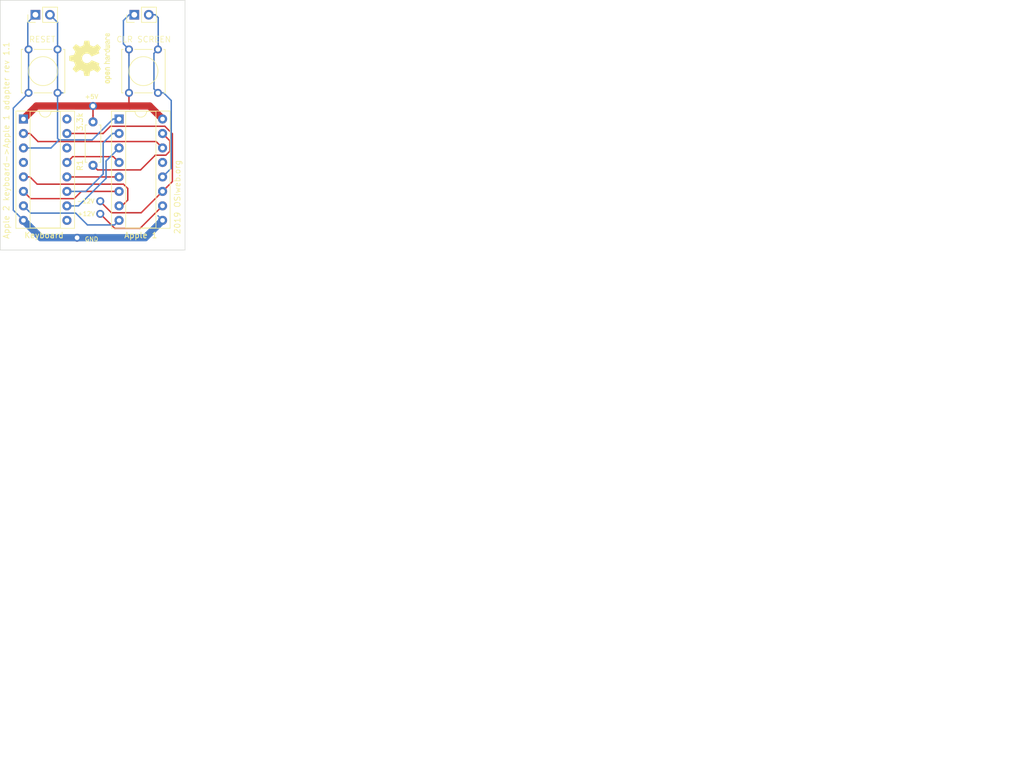
<source format=kicad_pcb>
(kicad_pcb (version 20171130) (host pcbnew "(5.1.5-0-10_14)")

  (general
    (thickness 1.6)
    (drawings 14)
    (tracks 112)
    (zones 0)
    (modules 8)
    (nets 21)
  )

  (page A)
  (title_block
    (title "Apple 2 keyboard to Apple 1 adapter")
    (date 2020-03-03)
    (rev 1.1)
  )

  (layers
    (0 F.Cu signal)
    (31 B.Cu signal)
    (32 B.Adhes user)
    (33 F.Adhes user)
    (34 B.Paste user)
    (35 F.Paste user)
    (36 B.SilkS user)
    (37 F.SilkS user)
    (38 B.Mask user)
    (39 F.Mask user)
    (40 Dwgs.User user)
    (41 Cmts.User user)
    (42 Eco1.User user)
    (43 Eco2.User user)
    (44 Edge.Cuts user)
    (45 Margin user)
    (46 B.CrtYd user)
    (47 F.CrtYd user)
    (48 B.Fab user)
    (49 F.Fab user)
  )

  (setup
    (last_trace_width 0.25)
    (user_trace_width 0.254)
    (user_trace_width 0.508)
    (user_trace_width 1.27)
    (trace_clearance 0.2)
    (zone_clearance 0.508)
    (zone_45_only no)
    (trace_min 0.2)
    (via_size 0.8)
    (via_drill 0.4)
    (via_min_size 0.4)
    (via_min_drill 0.3)
    (user_via 1.397 0.8128)
    (uvia_size 0.3)
    (uvia_drill 0.1)
    (uvias_allowed no)
    (uvia_min_size 0.2)
    (uvia_min_drill 0.1)
    (edge_width 0.05)
    (segment_width 0.2)
    (pcb_text_width 0.3)
    (pcb_text_size 1.5 1.5)
    (mod_edge_width 0.12)
    (mod_text_size 1 1)
    (mod_text_width 0.15)
    (pad_size 1.524 1.524)
    (pad_drill 0.762)
    (pad_to_mask_clearance 0.051)
    (solder_mask_min_width 0.25)
    (aux_axis_origin 0 0)
    (visible_elements 7FFFEFFF)
    (pcbplotparams
      (layerselection 0x010e0_ffffffff)
      (usegerberextensions false)
      (usegerberattributes false)
      (usegerberadvancedattributes false)
      (creategerberjobfile false)
      (excludeedgelayer true)
      (linewidth 0.100000)
      (plotframeref false)
      (viasonmask true)
      (mode 1)
      (useauxorigin false)
      (hpglpennumber 1)
      (hpglpenspeed 20)
      (hpglpendiameter 15.000000)
      (psnegative false)
      (psa4output false)
      (plotreference true)
      (plotvalue true)
      (plotinvisibletext false)
      (padsonsilk false)
      (subtractmaskfromsilk false)
      (outputformat 1)
      (mirror false)
      (drillshape 0)
      (scaleselection 1)
      (outputdirectory "outputs"))
  )

  (net 0 "")
  (net 1 /D7)
  (net 2 /D8)
  (net 3 /D6)
  (net 4 /~STROBE)
  (net 5 /D5)
  (net 6 "Net-(J1-Pad13)")
  (net 7 /D1)
  (net 8 /~CLRSCR)
  (net 9 /D2)
  (net 10 /-12V)
  (net 11 /D3)
  (net 12 /D4)
  (net 13 /GND)
  (net 14 /~RESET)
  (net 15 "Net-(J4-Pad16)")
  (net 16 "Net-(J4-Pad14)")
  (net 17 "Net-(J4-Pad4)")
  (net 18 "Net-(J4-Pad9)")
  (net 19 /+5V)
  (net 20 "Net-(J1-Pad10)")

  (net_class Default "This is the default net class."
    (clearance 0.2)
    (trace_width 0.25)
    (via_dia 0.8)
    (via_drill 0.4)
    (uvia_dia 0.3)
    (uvia_drill 0.1)
    (add_net /+5V)
    (add_net /-12V)
    (add_net /D1)
    (add_net /D2)
    (add_net /D3)
    (add_net /D4)
    (add_net /D5)
    (add_net /D6)
    (add_net /D7)
    (add_net /D8)
    (add_net /GND)
    (add_net /~CLRSCR)
    (add_net /~RESET)
    (add_net /~STROBE)
    (add_net "Net-(J1-Pad10)")
    (add_net "Net-(J1-Pad13)")
    (add_net "Net-(J4-Pad14)")
    (add_net "Net-(J4-Pad16)")
    (add_net "Net-(J4-Pad4)")
    (add_net "Net-(J4-Pad9)")
  )

  (module Package_DIP:DIP-16_W7.62mm_Socket (layer F.Cu) (tedit 5A02E8C5) (tstamp 5D3FEF21)
    (at 95.504 81.788)
    (descr "16-lead though-hole mounted DIP package, row spacing 7.62 mm (300 mils), Socket")
    (tags "THT DIP DIL PDIP 2.54mm 7.62mm 300mil Socket")
    (path /5D404973)
    (fp_text reference J4 (at 3.81 -2.33) (layer F.SilkS) hide
      (effects (font (size 1 1) (thickness 0.15)))
    )
    (fp_text value Keyboard (at 3.6 20.4) (layer F.SilkS)
      (effects (font (size 1 1) (thickness 0.15)))
    )
    (fp_text user %R (at 3.81 8.89) (layer F.Fab) hide
      (effects (font (size 1 1) (thickness 0.15)))
    )
    (fp_line (start 9.15 -1.6) (end -1.55 -1.6) (layer F.CrtYd) (width 0.05))
    (fp_line (start 9.15 19.4) (end 9.15 -1.6) (layer F.CrtYd) (width 0.05))
    (fp_line (start -1.55 19.4) (end 9.15 19.4) (layer F.CrtYd) (width 0.05))
    (fp_line (start -1.55 -1.6) (end -1.55 19.4) (layer F.CrtYd) (width 0.05))
    (fp_line (start 8.95 -1.39) (end -1.33 -1.39) (layer F.SilkS) (width 0.12))
    (fp_line (start 8.95 19.17) (end 8.95 -1.39) (layer F.SilkS) (width 0.12))
    (fp_line (start -1.33 19.17) (end 8.95 19.17) (layer F.SilkS) (width 0.12))
    (fp_line (start -1.33 -1.39) (end -1.33 19.17) (layer F.SilkS) (width 0.12))
    (fp_line (start 6.46 -1.33) (end 4.81 -1.33) (layer F.SilkS) (width 0.12))
    (fp_line (start 6.46 19.11) (end 6.46 -1.33) (layer F.SilkS) (width 0.12))
    (fp_line (start 1.16 19.11) (end 6.46 19.11) (layer F.SilkS) (width 0.12))
    (fp_line (start 1.16 -1.33) (end 1.16 19.11) (layer F.SilkS) (width 0.12))
    (fp_line (start 2.81 -1.33) (end 1.16 -1.33) (layer F.SilkS) (width 0.12))
    (fp_line (start 8.89 -1.33) (end -1.27 -1.33) (layer F.Fab) (width 0.1))
    (fp_line (start 8.89 19.11) (end 8.89 -1.33) (layer F.Fab) (width 0.1))
    (fp_line (start -1.27 19.11) (end 8.89 19.11) (layer F.Fab) (width 0.1))
    (fp_line (start -1.27 -1.33) (end -1.27 19.11) (layer F.Fab) (width 0.1))
    (fp_line (start 0.635 -0.27) (end 1.635 -1.27) (layer F.Fab) (width 0.1))
    (fp_line (start 0.635 19.05) (end 0.635 -0.27) (layer F.Fab) (width 0.1))
    (fp_line (start 6.985 19.05) (end 0.635 19.05) (layer F.Fab) (width 0.1))
    (fp_line (start 6.985 -1.27) (end 6.985 19.05) (layer F.Fab) (width 0.1))
    (fp_line (start 1.635 -1.27) (end 6.985 -1.27) (layer F.Fab) (width 0.1))
    (fp_arc (start 3.81 -1.33) (end 2.81 -1.33) (angle -180) (layer F.SilkS) (width 0.12))
    (pad 16 thru_hole oval (at 7.62 0) (size 1.6 1.6) (drill 0.8) (layers *.Cu *.Mask)
      (net 15 "Net-(J4-Pad16)"))
    (pad 8 thru_hole oval (at 0 17.78) (size 1.6 1.6) (drill 0.8) (layers *.Cu *.Mask)
      (net 13 /GND))
    (pad 15 thru_hole oval (at 7.62 2.54) (size 1.6 1.6) (drill 0.8) (layers *.Cu *.Mask)
      (net 10 /-12V))
    (pad 7 thru_hole oval (at 0 15.24) (size 1.6 1.6) (drill 0.8) (layers *.Cu *.Mask)
      (net 1 /D7))
    (pad 14 thru_hole oval (at 7.62 5.08) (size 1.6 1.6) (drill 0.8) (layers *.Cu *.Mask)
      (net 16 "Net-(J4-Pad14)"))
    (pad 6 thru_hole oval (at 0 12.7) (size 1.6 1.6) (drill 0.8) (layers *.Cu *.Mask)
      (net 5 /D5))
    (pad 13 thru_hole oval (at 7.62 7.62) (size 1.6 1.6) (drill 0.8) (layers *.Cu *.Mask)
      (net 9 /D2))
    (pad 5 thru_hole oval (at 0 10.16) (size 1.6 1.6) (drill 0.8) (layers *.Cu *.Mask)
      (net 3 /D6))
    (pad 12 thru_hole oval (at 7.62 10.16) (size 1.6 1.6) (drill 0.8) (layers *.Cu *.Mask)
      (net 7 /D1))
    (pad 4 thru_hole oval (at 0 7.62) (size 1.6 1.6) (drill 0.8) (layers *.Cu *.Mask)
      (net 17 "Net-(J4-Pad4)"))
    (pad 11 thru_hole oval (at 7.62 12.7) (size 1.6 1.6) (drill 0.8) (layers *.Cu *.Mask)
      (net 12 /D4))
    (pad 3 thru_hole oval (at 0 5.08) (size 1.6 1.6) (drill 0.8) (layers *.Cu *.Mask)
      (net 14 /~RESET))
    (pad 10 thru_hole oval (at 7.62 15.24) (size 1.6 1.6) (drill 0.8) (layers *.Cu *.Mask)
      (net 11 /D3))
    (pad 2 thru_hole oval (at 0 2.54) (size 1.6 1.6) (drill 0.8) (layers *.Cu *.Mask)
      (net 4 /~STROBE))
    (pad 9 thru_hole oval (at 7.62 17.78) (size 1.6 1.6) (drill 0.8) (layers *.Cu *.Mask)
      (net 18 "Net-(J4-Pad9)"))
    (pad 1 thru_hole rect (at 0 0) (size 1.6 1.6) (drill 0.8) (layers *.Cu *.Mask)
      (net 19 /+5V))
    (model ${KISYS3DMOD}/Package_DIP.3dshapes/DIP-16_W7.62mm_Socket.wrl
      (at (xyz 0 0 0))
      (scale (xyz 1 1 1))
      (rotate (xyz 0 0 0))
    )
  )

  (module Symbol:OSHW-Logo2_9.8x8mm_SilkScreen (layer F.Cu) (tedit 0) (tstamp 5D40D469)
    (at 107.2388 71.1454 90)
    (descr "Open Source Hardware Symbol")
    (tags "Logo Symbol OSHW")
    (attr virtual)
    (fp_text reference REF** (at 0 0 90) (layer Cmts.User) hide
      (effects (font (size 1 1) (thickness 0.15)))
    )
    (fp_text value OSHW-Logo2_9.8x8mm_SilkScreen (at 13.4112 -3.6322 180) (layer F.Fab) hide
      (effects (font (size 1 1) (thickness 0.15)))
    )
    (fp_poly (pts (xy 0.139878 -3.712224) (xy 0.245612 -3.711645) (xy 0.322132 -3.710078) (xy 0.374372 -3.707028)
      (xy 0.407263 -3.702004) (xy 0.425737 -3.694511) (xy 0.434727 -3.684056) (xy 0.439163 -3.670147)
      (xy 0.439594 -3.668346) (xy 0.446333 -3.635855) (xy 0.458808 -3.571748) (xy 0.475719 -3.482849)
      (xy 0.495771 -3.375981) (xy 0.517664 -3.257967) (xy 0.518429 -3.253822) (xy 0.540359 -3.138169)
      (xy 0.560877 -3.035986) (xy 0.578659 -2.953402) (xy 0.592381 -2.896544) (xy 0.600718 -2.871542)
      (xy 0.601116 -2.871099) (xy 0.625677 -2.85889) (xy 0.676315 -2.838544) (xy 0.742095 -2.814455)
      (xy 0.742461 -2.814326) (xy 0.825317 -2.783182) (xy 0.923 -2.743509) (xy 1.015077 -2.703619)
      (xy 1.019434 -2.701647) (xy 1.169407 -2.63358) (xy 1.501498 -2.860361) (xy 1.603374 -2.929496)
      (xy 1.695657 -2.991303) (xy 1.773003 -3.042267) (xy 1.830064 -3.078873) (xy 1.861495 -3.097606)
      (xy 1.864479 -3.098996) (xy 1.887321 -3.09281) (xy 1.929982 -3.062965) (xy 1.994128 -3.008053)
      (xy 2.081421 -2.926666) (xy 2.170535 -2.840078) (xy 2.256441 -2.754753) (xy 2.333327 -2.676892)
      (xy 2.396564 -2.611303) (xy 2.441523 -2.562795) (xy 2.463576 -2.536175) (xy 2.464396 -2.534805)
      (xy 2.466834 -2.516537) (xy 2.45765 -2.486705) (xy 2.434574 -2.441279) (xy 2.395337 -2.37623)
      (xy 2.33767 -2.28753) (xy 2.260795 -2.173343) (xy 2.19257 -2.072838) (xy 2.131582 -1.982697)
      (xy 2.081356 -1.908151) (xy 2.045416 -1.854435) (xy 2.027287 -1.826782) (xy 2.026146 -1.824905)
      (xy 2.028359 -1.79841) (xy 2.045138 -1.746914) (xy 2.073142 -1.680149) (xy 2.083122 -1.658828)
      (xy 2.126672 -1.563841) (xy 2.173134 -1.456063) (xy 2.210877 -1.362808) (xy 2.238073 -1.293594)
      (xy 2.259675 -1.240994) (xy 2.272158 -1.213503) (xy 2.273709 -1.211384) (xy 2.296668 -1.207876)
      (xy 2.350786 -1.198262) (xy 2.428868 -1.183911) (xy 2.523719 -1.166193) (xy 2.628143 -1.146475)
      (xy 2.734944 -1.126126) (xy 2.836926 -1.106514) (xy 2.926894 -1.089009) (xy 2.997653 -1.074978)
      (xy 3.042006 -1.065791) (xy 3.052885 -1.063193) (xy 3.064122 -1.056782) (xy 3.072605 -1.042303)
      (xy 3.078714 -1.014867) (xy 3.082832 -0.969589) (xy 3.085341 -0.90158) (xy 3.086621 -0.805953)
      (xy 3.087054 -0.67782) (xy 3.087077 -0.625299) (xy 3.087077 -0.198155) (xy 2.9845 -0.177909)
      (xy 2.927431 -0.16693) (xy 2.842269 -0.150905) (xy 2.739372 -0.131767) (xy 2.629096 -0.111449)
      (xy 2.598615 -0.105868) (xy 2.496855 -0.086083) (xy 2.408205 -0.066627) (xy 2.340108 -0.049303)
      (xy 2.300004 -0.035912) (xy 2.293323 -0.031921) (xy 2.276919 -0.003658) (xy 2.253399 0.051109)
      (xy 2.227316 0.121588) (xy 2.222142 0.136769) (xy 2.187956 0.230896) (xy 2.145523 0.337101)
      (xy 2.103997 0.432473) (xy 2.103792 0.432916) (xy 2.03464 0.582525) (xy 2.489512 1.251617)
      (xy 2.1975 1.544116) (xy 2.10918 1.63117) (xy 2.028625 1.707909) (xy 1.96036 1.770237)
      (xy 1.908908 1.814056) (xy 1.878794 1.83527) (xy 1.874474 1.836616) (xy 1.849111 1.826016)
      (xy 1.797358 1.796547) (xy 1.724868 1.751705) (xy 1.637294 1.694984) (xy 1.542612 1.631462)
      (xy 1.446516 1.566668) (xy 1.360837 1.510287) (xy 1.291016 1.465788) (xy 1.242494 1.436639)
      (xy 1.220782 1.426308) (xy 1.194293 1.43505) (xy 1.144062 1.458087) (xy 1.080451 1.490631)
      (xy 1.073708 1.494249) (xy 0.988046 1.53721) (xy 0.929306 1.558279) (xy 0.892772 1.558503)
      (xy 0.873731 1.538928) (xy 0.87362 1.538654) (xy 0.864102 1.515472) (xy 0.841403 1.460441)
      (xy 0.807282 1.377822) (xy 0.7635 1.271872) (xy 0.711816 1.146852) (xy 0.653992 1.00702)
      (xy 0.597991 0.871637) (xy 0.536447 0.722234) (xy 0.479939 0.583832) (xy 0.430161 0.460673)
      (xy 0.388806 0.357002) (xy 0.357568 0.277059) (xy 0.338141 0.225088) (xy 0.332154 0.205692)
      (xy 0.347168 0.183443) (xy 0.386439 0.147982) (xy 0.438807 0.108887) (xy 0.587941 -0.014755)
      (xy 0.704511 -0.156478) (xy 0.787118 -0.313296) (xy 0.834366 -0.482225) (xy 0.844857 -0.660278)
      (xy 0.837231 -0.742461) (xy 0.795682 -0.912969) (xy 0.724123 -1.063541) (xy 0.626995 -1.192691)
      (xy 0.508734 -1.298936) (xy 0.37378 -1.38079) (xy 0.226571 -1.436768) (xy 0.071544 -1.465385)
      (xy -0.086861 -1.465156) (xy -0.244206 -1.434595) (xy -0.396054 -1.372218) (xy -0.537965 -1.27654)
      (xy -0.597197 -1.222428) (xy -0.710797 -1.08348) (xy -0.789894 -0.931639) (xy -0.835014 -0.771333)
      (xy -0.846684 -0.606988) (xy -0.825431 -0.443029) (xy -0.77178 -0.283882) (xy -0.68626 -0.133975)
      (xy -0.569395 0.002267) (xy -0.438807 0.108887) (xy -0.384412 0.149642) (xy -0.345986 0.184718)
      (xy -0.332154 0.205726) (xy -0.339397 0.228635) (xy -0.359995 0.283365) (xy -0.392254 0.365672)
      (xy -0.434479 0.471315) (xy -0.484977 0.59605) (xy -0.542052 0.735636) (xy -0.598146 0.87167)
      (xy -0.660033 1.021201) (xy -0.717356 1.159767) (xy -0.768356 1.283107) (xy -0.811273 1.386964)
      (xy -0.844347 1.46708) (xy -0.865819 1.519195) (xy -0.873775 1.538654) (xy -0.892571 1.558423)
      (xy -0.928926 1.558365) (xy -0.987521 1.537441) (xy -1.073032 1.494613) (xy -1.073708 1.494249)
      (xy -1.138093 1.461012) (xy -1.190139 1.436802) (xy -1.219488 1.426404) (xy -1.220783 1.426308)
      (xy -1.242876 1.436855) (xy -1.291652 1.466184) (xy -1.361669 1.510827) (xy -1.447486 1.567314)
      (xy -1.542612 1.631462) (xy -1.63946 1.696411) (xy -1.726747 1.752896) (xy -1.798819 1.797421)
      (xy -1.850023 1.82649) (xy -1.874474 1.836616) (xy -1.89699 1.823307) (xy -1.942258 1.786112)
      (xy -2.005756 1.729128) (xy -2.082961 1.656449) (xy -2.169349 1.572171) (xy -2.197601 1.544016)
      (xy -2.489713 1.251416) (xy -2.267369 0.925104) (xy -2.199798 0.824897) (xy -2.140493 0.734963)
      (xy -2.092783 0.66051) (xy -2.059993 0.606751) (xy -2.045452 0.578894) (xy -2.045026 0.576912)
      (xy -2.052692 0.550655) (xy -2.073311 0.497837) (xy -2.103315 0.42731) (xy -2.124375 0.380093)
      (xy -2.163752 0.289694) (xy -2.200835 0.198366) (xy -2.229585 0.1212) (xy -2.237395 0.097692)
      (xy -2.259583 0.034916) (xy -2.281273 -0.013589) (xy -2.293187 -0.031921) (xy -2.319477 -0.043141)
      (xy -2.376858 -0.059046) (xy -2.457882 -0.077833) (xy -2.555105 -0.097701) (xy -2.598615 -0.105868)
      (xy -2.709104 -0.126171) (xy -2.815084 -0.14583) (xy -2.906199 -0.162912) (xy -2.972092 -0.175482)
      (xy -2.9845 -0.177909) (xy -3.087077 -0.198155) (xy -3.087077 -0.625299) (xy -3.086847 -0.765754)
      (xy -3.085901 -0.872021) (xy -3.083859 -0.948987) (xy -3.080338 -1.00154) (xy -3.074957 -1.034567)
      (xy -3.067334 -1.052955) (xy -3.057088 -1.061592) (xy -3.052885 -1.063193) (xy -3.02753 -1.068873)
      (xy -2.971516 -1.080205) (xy -2.892036 -1.095821) (xy -2.796288 -1.114353) (xy -2.691467 -1.134431)
      (xy -2.584768 -1.154688) (xy -2.483387 -1.173754) (xy -2.394521 -1.190261) (xy -2.325363 -1.202841)
      (xy -2.283111 -1.210125) (xy -2.27371 -1.211384) (xy -2.265193 -1.228237) (xy -2.24634 -1.27313)
      (xy -2.220676 -1.33757) (xy -2.210877 -1.362808) (xy -2.171352 -1.460314) (xy -2.124808 -1.568041)
      (xy -2.083123 -1.658828) (xy -2.05245 -1.728247) (xy -2.032044 -1.78529) (xy -2.025232 -1.820223)
      (xy -2.026318 -1.824905) (xy -2.040715 -1.847009) (xy -2.073588 -1.896169) (xy -2.12141 -1.967152)
      (xy -2.180652 -2.054722) (xy -2.247785 -2.153643) (xy -2.261059 -2.17317) (xy -2.338954 -2.28886)
      (xy -2.396213 -2.376956) (xy -2.435119 -2.441514) (xy -2.457956 -2.486589) (xy -2.467006 -2.516237)
      (xy -2.464552 -2.534515) (xy -2.464489 -2.534631) (xy -2.445173 -2.558639) (xy -2.402449 -2.605053)
      (xy -2.340949 -2.669063) (xy -2.265302 -2.745855) (xy -2.180139 -2.830618) (xy -2.170535 -2.840078)
      (xy -2.06321 -2.944011) (xy -1.980385 -3.020325) (xy -1.920395 -3.070429) (xy -1.881577 -3.09573)
      (xy -1.86448 -3.098996) (xy -1.839527 -3.08475) (xy -1.787745 -3.051844) (xy -1.71448 -3.003792)
      (xy -1.62508 -2.94411) (xy -1.524889 -2.876312) (xy -1.501499 -2.860361) (xy -1.169407 -2.63358)
      (xy -1.019435 -2.701647) (xy -0.92823 -2.741315) (xy -0.830331 -2.781209) (xy -0.746169 -2.813017)
      (xy -0.742462 -2.814326) (xy -0.676631 -2.838424) (xy -0.625884 -2.8588) (xy -0.601158 -2.871064)
      (xy -0.601116 -2.871099) (xy -0.593271 -2.893266) (xy -0.579934 -2.947783) (xy -0.56243 -3.02852)
      (xy -0.542083 -3.12935) (xy -0.520218 -3.244144) (xy -0.518429 -3.253822) (xy -0.496496 -3.372096)
      (xy -0.47636 -3.479458) (xy -0.45932 -3.569083) (xy -0.446672 -3.634149) (xy -0.439716 -3.667832)
      (xy -0.439594 -3.668346) (xy -0.435361 -3.682675) (xy -0.427129 -3.693493) (xy -0.409967 -3.701294)
      (xy -0.378942 -3.706571) (xy -0.329122 -3.709818) (xy -0.255576 -3.711528) (xy -0.153371 -3.712193)
      (xy -0.017575 -3.712307) (xy 0 -3.712308) (xy 0.139878 -3.712224)) (layer F.SilkS) (width 0.01))
    (fp_poly (pts (xy 4.245224 2.647838) (xy 4.322528 2.698361) (xy 4.359814 2.74359) (xy 4.389353 2.825663)
      (xy 4.391699 2.890607) (xy 4.386385 2.977445) (xy 4.186115 3.065103) (xy 4.088739 3.109887)
      (xy 4.025113 3.145913) (xy 3.992029 3.177117) (xy 3.98628 3.207436) (xy 4.004658 3.240805)
      (xy 4.024923 3.262923) (xy 4.083889 3.298393) (xy 4.148024 3.300879) (xy 4.206926 3.273235)
      (xy 4.250197 3.21832) (xy 4.257936 3.198928) (xy 4.295006 3.138364) (xy 4.337654 3.112552)
      (xy 4.396154 3.090471) (xy 4.396154 3.174184) (xy 4.390982 3.23115) (xy 4.370723 3.279189)
      (xy 4.328262 3.334346) (xy 4.321951 3.341514) (xy 4.27472 3.390585) (xy 4.234121 3.41692)
      (xy 4.183328 3.429035) (xy 4.14122 3.433003) (xy 4.065902 3.433991) (xy 4.012286 3.421466)
      (xy 3.978838 3.402869) (xy 3.926268 3.361975) (xy 3.889879 3.317748) (xy 3.86685 3.262126)
      (xy 3.854359 3.187047) (xy 3.849587 3.084449) (xy 3.849206 3.032376) (xy 3.850501 2.969948)
      (xy 3.968471 2.969948) (xy 3.969839 3.003438) (xy 3.973249 3.008923) (xy 3.995753 3.001472)
      (xy 4.044182 2.981753) (xy 4.108908 2.953718) (xy 4.122443 2.947692) (xy 4.204244 2.906096)
      (xy 4.249312 2.869538) (xy 4.259217 2.835296) (xy 4.235526 2.800648) (xy 4.21596 2.785339)
      (xy 4.14536 2.754721) (xy 4.07928 2.75978) (xy 4.023959 2.797151) (xy 3.985636 2.863473)
      (xy 3.973349 2.916116) (xy 3.968471 2.969948) (xy 3.850501 2.969948) (xy 3.85173 2.91072)
      (xy 3.861032 2.82071) (xy 3.87946 2.755167) (xy 3.90936 2.706912) (xy 3.95308 2.668767)
      (xy 3.972141 2.65644) (xy 4.058726 2.624336) (xy 4.153522 2.622316) (xy 4.245224 2.647838)) (layer F.SilkS) (width 0.01))
    (fp_poly (pts (xy 3.570807 2.636782) (xy 3.594161 2.646988) (xy 3.649902 2.691134) (xy 3.697569 2.754967)
      (xy 3.727048 2.823087) (xy 3.731846 2.85667) (xy 3.71576 2.903556) (xy 3.680475 2.928365)
      (xy 3.642644 2.943387) (xy 3.625321 2.946155) (xy 3.616886 2.926066) (xy 3.60023 2.882351)
      (xy 3.592923 2.862598) (xy 3.551948 2.794271) (xy 3.492622 2.760191) (xy 3.416552 2.761239)
      (xy 3.410918 2.762581) (xy 3.370305 2.781836) (xy 3.340448 2.819375) (xy 3.320055 2.879809)
      (xy 3.307836 2.967751) (xy 3.3025 3.087813) (xy 3.302 3.151698) (xy 3.301752 3.252403)
      (xy 3.300126 3.321054) (xy 3.295801 3.364673) (xy 3.287454 3.390282) (xy 3.273765 3.404903)
      (xy 3.253411 3.415558) (xy 3.252234 3.416095) (xy 3.213038 3.432667) (xy 3.193619 3.438769)
      (xy 3.190635 3.420319) (xy 3.188081 3.369323) (xy 3.18614 3.292308) (xy 3.184997 3.195805)
      (xy 3.184769 3.125184) (xy 3.185932 2.988525) (xy 3.190479 2.884851) (xy 3.199999 2.808108)
      (xy 3.216081 2.752246) (xy 3.240313 2.711212) (xy 3.274286 2.678954) (xy 3.307833 2.65644)
      (xy 3.388499 2.626476) (xy 3.482381 2.619718) (xy 3.570807 2.636782)) (layer F.SilkS) (width 0.01))
    (fp_poly (pts (xy 2.887333 2.633528) (xy 2.94359 2.659117) (xy 2.987747 2.690124) (xy 3.020101 2.724795)
      (xy 3.042438 2.76952) (xy 3.056546 2.830692) (xy 3.064211 2.914701) (xy 3.06722 3.02794)
      (xy 3.067538 3.102509) (xy 3.067538 3.39342) (xy 3.017773 3.416095) (xy 2.978576 3.432667)
      (xy 2.959157 3.438769) (xy 2.955442 3.42061) (xy 2.952495 3.371648) (xy 2.950691 3.300153)
      (xy 2.950308 3.243385) (xy 2.948661 3.161371) (xy 2.944222 3.096309) (xy 2.93774 3.056467)
      (xy 2.93259 3.048) (xy 2.897977 3.056646) (xy 2.84364 3.078823) (xy 2.780722 3.108886)
      (xy 2.720368 3.141192) (xy 2.673721 3.170098) (xy 2.651926 3.189961) (xy 2.651839 3.190175)
      (xy 2.653714 3.226935) (xy 2.670525 3.262026) (xy 2.700039 3.290528) (xy 2.743116 3.300061)
      (xy 2.779932 3.29895) (xy 2.832074 3.298133) (xy 2.859444 3.310349) (xy 2.875882 3.342624)
      (xy 2.877955 3.34871) (xy 2.885081 3.394739) (xy 2.866024 3.422687) (xy 2.816353 3.436007)
      (xy 2.762697 3.43847) (xy 2.666142 3.42021) (xy 2.616159 3.394131) (xy 2.554429 3.332868)
      (xy 2.52169 3.25767) (xy 2.518753 3.178211) (xy 2.546424 3.104167) (xy 2.588047 3.057769)
      (xy 2.629604 3.031793) (xy 2.694922 2.998907) (xy 2.771038 2.965557) (xy 2.783726 2.960461)
      (xy 2.867333 2.923565) (xy 2.91553 2.891046) (xy 2.93103 2.858718) (xy 2.91655 2.822394)
      (xy 2.891692 2.794) (xy 2.832939 2.759039) (xy 2.768293 2.756417) (xy 2.709008 2.783358)
      (xy 2.666339 2.837088) (xy 2.660739 2.85095) (xy 2.628133 2.901936) (xy 2.58053 2.939787)
      (xy 2.520461 2.97085) (xy 2.520461 2.882768) (xy 2.523997 2.828951) (xy 2.539156 2.786534)
      (xy 2.572768 2.741279) (xy 2.605035 2.70642) (xy 2.655209 2.657062) (xy 2.694193 2.630547)
      (xy 2.736064 2.619911) (xy 2.78346 2.618154) (xy 2.887333 2.633528)) (layer F.SilkS) (width 0.01))
    (fp_poly (pts (xy 2.395929 2.636662) (xy 2.398911 2.688068) (xy 2.401247 2.766192) (xy 2.402749 2.864857)
      (xy 2.403231 2.968343) (xy 2.403231 3.318533) (xy 2.341401 3.380363) (xy 2.298793 3.418462)
      (xy 2.26139 3.433895) (xy 2.21027 3.432918) (xy 2.189978 3.430433) (xy 2.126554 3.4232)
      (xy 2.074095 3.419055) (xy 2.061308 3.418672) (xy 2.018199 3.421176) (xy 1.956544 3.427462)
      (xy 1.932638 3.430433) (xy 1.873922 3.435028) (xy 1.834464 3.425046) (xy 1.795338 3.394228)
      (xy 1.781215 3.380363) (xy 1.719385 3.318533) (xy 1.719385 2.663503) (xy 1.76915 2.640829)
      (xy 1.812002 2.624034) (xy 1.837073 2.618154) (xy 1.843501 2.636736) (xy 1.849509 2.688655)
      (xy 1.854697 2.768172) (xy 1.858664 2.869546) (xy 1.860577 2.955192) (xy 1.865923 3.292231)
      (xy 1.91256 3.298825) (xy 1.954976 3.294214) (xy 1.97576 3.279287) (xy 1.98157 3.251377)
      (xy 1.98653 3.191925) (xy 1.990246 3.108466) (xy 1.992324 3.008532) (xy 1.992624 2.957104)
      (xy 1.992923 2.661054) (xy 2.054454 2.639604) (xy 2.098004 2.62502) (xy 2.121694 2.618219)
      (xy 2.122377 2.618154) (xy 2.124754 2.636642) (xy 2.127366 2.687906) (xy 2.129995 2.765649)
      (xy 2.132421 2.863574) (xy 2.134115 2.955192) (xy 2.139461 3.292231) (xy 2.256692 3.292231)
      (xy 2.262072 2.984746) (xy 2.267451 2.677261) (xy 2.324601 2.647707) (xy 2.366797 2.627413)
      (xy 2.39177 2.618204) (xy 2.392491 2.618154) (xy 2.395929 2.636662)) (layer F.SilkS) (width 0.01))
    (fp_poly (pts (xy 1.602081 2.780289) (xy 1.601833 2.92632) (xy 1.600872 3.038655) (xy 1.598794 3.122678)
      (xy 1.595193 3.183769) (xy 1.589665 3.227309) (xy 1.581804 3.258679) (xy 1.571207 3.283262)
      (xy 1.563182 3.297294) (xy 1.496728 3.373388) (xy 1.41247 3.421084) (xy 1.319249 3.438199)
      (xy 1.2259 3.422546) (xy 1.170312 3.394418) (xy 1.111957 3.34576) (xy 1.072186 3.286333)
      (xy 1.04819 3.208507) (xy 1.037161 3.104652) (xy 1.035599 3.028462) (xy 1.035809 3.022986)
      (xy 1.172308 3.022986) (xy 1.173141 3.110355) (xy 1.176961 3.168192) (xy 1.185746 3.206029)
      (xy 1.201474 3.233398) (xy 1.220266 3.254042) (xy 1.283375 3.29389) (xy 1.351137 3.297295)
      (xy 1.415179 3.264025) (xy 1.420164 3.259517) (xy 1.441439 3.236067) (xy 1.454779 3.208166)
      (xy 1.462001 3.166641) (xy 1.464923 3.102316) (xy 1.465385 3.0312) (xy 1.464383 2.941858)
      (xy 1.460238 2.882258) (xy 1.451236 2.843089) (xy 1.435667 2.81504) (xy 1.422902 2.800144)
      (xy 1.3636 2.762575) (xy 1.295301 2.758057) (xy 1.23011 2.786753) (xy 1.217528 2.797406)
      (xy 1.196111 2.821063) (xy 1.182744 2.849251) (xy 1.175566 2.891245) (xy 1.172719 2.956319)
      (xy 1.172308 3.022986) (xy 1.035809 3.022986) (xy 1.040322 2.905765) (xy 1.056362 2.813577)
      (xy 1.086528 2.744269) (xy 1.133629 2.690211) (xy 1.170312 2.662505) (xy 1.23699 2.632572)
      (xy 1.314272 2.618678) (xy 1.38611 2.622397) (xy 1.426308 2.6374) (xy 1.442082 2.64167)
      (xy 1.45255 2.62575) (xy 1.459856 2.583089) (xy 1.465385 2.518106) (xy 1.471437 2.445732)
      (xy 1.479844 2.402187) (xy 1.495141 2.377287) (xy 1.521864 2.360845) (xy 1.538654 2.353564)
      (xy 1.602154 2.326963) (xy 1.602081 2.780289)) (layer F.SilkS) (width 0.01))
    (fp_poly (pts (xy 0.713362 2.62467) (xy 0.802117 2.657421) (xy 0.874022 2.71535) (xy 0.902144 2.756128)
      (xy 0.932802 2.830954) (xy 0.932165 2.885058) (xy 0.899987 2.921446) (xy 0.888081 2.927633)
      (xy 0.836675 2.946925) (xy 0.810422 2.941982) (xy 0.80153 2.909587) (xy 0.801077 2.891692)
      (xy 0.784797 2.825859) (xy 0.742365 2.779807) (xy 0.683388 2.757564) (xy 0.617475 2.763161)
      (xy 0.563895 2.792229) (xy 0.545798 2.80881) (xy 0.532971 2.828925) (xy 0.524306 2.859332)
      (xy 0.518696 2.906788) (xy 0.515035 2.97805) (xy 0.512215 3.079875) (xy 0.511484 3.112115)
      (xy 0.50882 3.22241) (xy 0.505792 3.300036) (xy 0.50125 3.351396) (xy 0.494046 3.38289)
      (xy 0.483033 3.40092) (xy 0.46706 3.411888) (xy 0.456834 3.416733) (xy 0.413406 3.433301)
      (xy 0.387842 3.438769) (xy 0.379395 3.420507) (xy 0.374239 3.365296) (xy 0.372346 3.272499)
      (xy 0.373689 3.141478) (xy 0.374107 3.121269) (xy 0.377058 3.001733) (xy 0.380548 2.914449)
      (xy 0.385514 2.852591) (xy 0.392893 2.809336) (xy 0.403624 2.77786) (xy 0.418645 2.751339)
      (xy 0.426502 2.739975) (xy 0.471553 2.689692) (xy 0.52194 2.650581) (xy 0.528108 2.647167)
      (xy 0.618458 2.620212) (xy 0.713362 2.62467)) (layer F.SilkS) (width 0.01))
    (fp_poly (pts (xy 0.053501 2.626303) (xy 0.13006 2.654733) (xy 0.130936 2.655279) (xy 0.178285 2.690127)
      (xy 0.213241 2.730852) (xy 0.237825 2.783925) (xy 0.254062 2.855814) (xy 0.263975 2.952992)
      (xy 0.269586 3.081928) (xy 0.270077 3.100298) (xy 0.277141 3.377287) (xy 0.217695 3.408028)
      (xy 0.174681 3.428802) (xy 0.14871 3.438646) (xy 0.147509 3.438769) (xy 0.143014 3.420606)
      (xy 0.139444 3.371612) (xy 0.137248 3.300031) (xy 0.136769 3.242068) (xy 0.136758 3.14817)
      (xy 0.132466 3.089203) (xy 0.117503 3.061079) (xy 0.085482 3.059706) (xy 0.030014 3.080998)
      (xy -0.053731 3.120136) (xy -0.115311 3.152643) (xy -0.146983 3.180845) (xy -0.156294 3.211582)
      (xy -0.156308 3.213104) (xy -0.140943 3.266054) (xy -0.095453 3.29466) (xy -0.025834 3.298803)
      (xy 0.024313 3.298084) (xy 0.050754 3.312527) (xy 0.067243 3.347218) (xy 0.076733 3.391416)
      (xy 0.063057 3.416493) (xy 0.057907 3.420082) (xy 0.009425 3.434496) (xy -0.058469 3.436537)
      (xy -0.128388 3.426983) (xy -0.177932 3.409522) (xy -0.24643 3.351364) (xy -0.285366 3.270408)
      (xy -0.293077 3.20716) (xy -0.287193 3.150111) (xy -0.265899 3.103542) (xy -0.223735 3.062181)
      (xy -0.155241 3.020755) (xy -0.054956 2.973993) (xy -0.048846 2.97135) (xy 0.04149 2.929617)
      (xy 0.097235 2.895391) (xy 0.121129 2.864635) (xy 0.115913 2.833311) (xy 0.084328 2.797383)
      (xy 0.074883 2.789116) (xy 0.011617 2.757058) (xy -0.053936 2.758407) (xy -0.111028 2.789838)
      (xy -0.148907 2.848024) (xy -0.152426 2.859446) (xy -0.1867 2.914837) (xy -0.230191 2.941518)
      (xy -0.293077 2.96796) (xy -0.293077 2.899548) (xy -0.273948 2.80011) (xy -0.217169 2.708902)
      (xy -0.187622 2.678389) (xy -0.120458 2.639228) (xy -0.035044 2.6215) (xy 0.053501 2.626303)) (layer F.SilkS) (width 0.01))
    (fp_poly (pts (xy -0.840154 2.49212) (xy -0.834428 2.57198) (xy -0.827851 2.619039) (xy -0.818738 2.639566)
      (xy -0.805402 2.639829) (xy -0.801077 2.637378) (xy -0.743556 2.619636) (xy -0.668732 2.620672)
      (xy -0.592661 2.63891) (xy -0.545082 2.662505) (xy -0.496298 2.700198) (xy -0.460636 2.742855)
      (xy -0.436155 2.797057) (xy -0.420913 2.869384) (xy -0.41297 2.966419) (xy -0.410384 3.094742)
      (xy -0.410338 3.119358) (xy -0.410308 3.39587) (xy -0.471839 3.41732) (xy -0.515541 3.431912)
      (xy -0.539518 3.438706) (xy -0.540223 3.438769) (xy -0.542585 3.420345) (xy -0.544594 3.369526)
      (xy -0.546099 3.292993) (xy -0.546947 3.19743) (xy -0.547077 3.139329) (xy -0.547349 3.024771)
      (xy -0.548748 2.942667) (xy -0.552151 2.886393) (xy -0.558433 2.849326) (xy -0.568471 2.824844)
      (xy -0.583139 2.806325) (xy -0.592298 2.797406) (xy -0.655211 2.761466) (xy -0.723864 2.758775)
      (xy -0.786152 2.78917) (xy -0.797671 2.800144) (xy -0.814567 2.820779) (xy -0.826286 2.845256)
      (xy -0.833767 2.880647) (xy -0.837946 2.934026) (xy -0.839763 3.012466) (xy -0.840154 3.120617)
      (xy -0.840154 3.39587) (xy -0.901685 3.41732) (xy -0.945387 3.431912) (xy -0.969364 3.438706)
      (xy -0.97007 3.438769) (xy -0.971874 3.420069) (xy -0.9735 3.367322) (xy -0.974883 3.285557)
      (xy -0.975958 3.179805) (xy -0.97666 3.055094) (xy -0.976923 2.916455) (xy -0.976923 2.381806)
      (xy -0.849923 2.328236) (xy -0.840154 2.49212)) (layer F.SilkS) (width 0.01))
    (fp_poly (pts (xy -2.465746 2.599745) (xy -2.388714 2.651567) (xy -2.329184 2.726412) (xy -2.293622 2.821654)
      (xy -2.286429 2.891756) (xy -2.287246 2.921009) (xy -2.294086 2.943407) (xy -2.312888 2.963474)
      (xy -2.349592 2.985733) (xy -2.410138 3.014709) (xy -2.500466 3.054927) (xy -2.500923 3.055129)
      (xy -2.584067 3.09321) (xy -2.652247 3.127025) (xy -2.698495 3.152933) (xy -2.715842 3.167295)
      (xy -2.715846 3.167411) (xy -2.700557 3.198685) (xy -2.664804 3.233157) (xy -2.623758 3.25799)
      (xy -2.602963 3.262923) (xy -2.54623 3.245862) (xy -2.497373 3.203133) (xy -2.473535 3.156155)
      (xy -2.450603 3.121522) (xy -2.405682 3.082081) (xy -2.352877 3.048009) (xy -2.30629 3.02948)
      (xy -2.296548 3.028462) (xy -2.285582 3.045215) (xy -2.284921 3.088039) (xy -2.29298 3.145781)
      (xy -2.308173 3.207289) (xy -2.328914 3.261409) (xy -2.329962 3.26351) (xy -2.392379 3.35066)
      (xy -2.473274 3.409939) (xy -2.565144 3.439034) (xy -2.660487 3.435634) (xy -2.751802 3.397428)
      (xy -2.755862 3.394741) (xy -2.827694 3.329642) (xy -2.874927 3.244705) (xy -2.901066 3.133021)
      (xy -2.904574 3.101643) (xy -2.910787 2.953536) (xy -2.903339 2.884468) (xy -2.715846 2.884468)
      (xy -2.71341 2.927552) (xy -2.700086 2.940126) (xy -2.666868 2.930719) (xy -2.614506 2.908483)
      (xy -2.555976 2.88061) (xy -2.554521 2.879872) (xy -2.504911 2.853777) (xy -2.485 2.836363)
      (xy -2.48991 2.818107) (xy -2.510584 2.79412) (xy -2.563181 2.759406) (xy -2.619823 2.756856)
      (xy -2.670631 2.782119) (xy -2.705724 2.830847) (xy -2.715846 2.884468) (xy -2.903339 2.884468)
      (xy -2.898008 2.835036) (xy -2.865222 2.741055) (xy -2.819579 2.675215) (xy -2.737198 2.608681)
      (xy -2.646454 2.575676) (xy -2.553815 2.573573) (xy -2.465746 2.599745)) (layer F.SilkS) (width 0.01))
    (fp_poly (pts (xy -3.983114 2.587256) (xy -3.891536 2.635409) (xy -3.823951 2.712905) (xy -3.799943 2.762727)
      (xy -3.781262 2.837533) (xy -3.771699 2.932052) (xy -3.770792 3.03521) (xy -3.778079 3.135935)
      (xy -3.793097 3.223153) (xy -3.815385 3.285791) (xy -3.822235 3.296579) (xy -3.903368 3.377105)
      (xy -3.999734 3.425336) (xy -4.104299 3.43945) (xy -4.210032 3.417629) (xy -4.239457 3.404547)
      (xy -4.296759 3.364231) (xy -4.34705 3.310775) (xy -4.351803 3.303995) (xy -4.371122 3.271321)
      (xy -4.383892 3.236394) (xy -4.391436 3.190414) (xy -4.395076 3.124584) (xy -4.396135 3.030105)
      (xy -4.396154 3.008923) (xy -4.396106 3.002182) (xy -4.200769 3.002182) (xy -4.199632 3.091349)
      (xy -4.195159 3.15052) (xy -4.185754 3.188741) (xy -4.169824 3.215053) (xy -4.161692 3.223846)
      (xy -4.114942 3.257261) (xy -4.069553 3.255737) (xy -4.02366 3.226752) (xy -3.996288 3.195809)
      (xy -3.980077 3.150643) (xy -3.970974 3.07942) (xy -3.970349 3.071114) (xy -3.968796 2.942037)
      (xy -3.985035 2.846172) (xy -4.018848 2.784107) (xy -4.070016 2.756432) (xy -4.08828 2.754923)
      (xy -4.13624 2.762513) (xy -4.169047 2.788808) (xy -4.189105 2.839095) (xy -4.198822 2.918664)
      (xy -4.200769 3.002182) (xy -4.396106 3.002182) (xy -4.395426 2.908249) (xy -4.392371 2.837906)
      (xy -4.385678 2.789163) (xy -4.37404 2.753288) (xy -4.356147 2.721548) (xy -4.352192 2.715648)
      (xy -4.285733 2.636104) (xy -4.213315 2.589929) (xy -4.125151 2.571599) (xy -4.095213 2.570703)
      (xy -3.983114 2.587256)) (layer F.SilkS) (width 0.01))
    (fp_poly (pts (xy -1.728336 2.595089) (xy -1.665633 2.631358) (xy -1.622039 2.667358) (xy -1.590155 2.705075)
      (xy -1.56819 2.751199) (xy -1.554351 2.812421) (xy -1.546847 2.895431) (xy -1.543883 3.006919)
      (xy -1.543539 3.087062) (xy -1.543539 3.382065) (xy -1.709615 3.456515) (xy -1.719385 3.133402)
      (xy -1.723421 3.012729) (xy -1.727656 2.925141) (xy -1.732903 2.86465) (xy -1.739975 2.825268)
      (xy -1.749689 2.801007) (xy -1.762856 2.78588) (xy -1.767081 2.782606) (xy -1.831091 2.757034)
      (xy -1.895792 2.767153) (xy -1.934308 2.794) (xy -1.949975 2.813024) (xy -1.96082 2.837988)
      (xy -1.967712 2.875834) (xy -1.971521 2.933502) (xy -1.973117 3.017935) (xy -1.973385 3.105928)
      (xy -1.973437 3.216323) (xy -1.975328 3.294463) (xy -1.981655 3.347165) (xy -1.995017 3.381242)
      (xy -2.018015 3.403511) (xy -2.053246 3.420787) (xy -2.100303 3.438738) (xy -2.151697 3.458278)
      (xy -2.145579 3.111485) (xy -2.143116 2.986468) (xy -2.140233 2.894082) (xy -2.136102 2.827881)
      (xy -2.129893 2.78142) (xy -2.120774 2.748256) (xy -2.107917 2.721944) (xy -2.092416 2.698729)
      (xy -2.017629 2.624569) (xy -1.926372 2.581684) (xy -1.827117 2.571412) (xy -1.728336 2.595089)) (layer F.SilkS) (width 0.01))
    (fp_poly (pts (xy -3.231114 2.584505) (xy -3.156461 2.621727) (xy -3.090569 2.690261) (xy -3.072423 2.715648)
      (xy -3.052655 2.748866) (xy -3.039828 2.784945) (xy -3.03249 2.833098) (xy -3.029187 2.902536)
      (xy -3.028462 2.994206) (xy -3.031737 3.11983) (xy -3.043123 3.214154) (xy -3.064959 3.284523)
      (xy -3.099581 3.338286) (xy -3.14933 3.382788) (xy -3.152986 3.385423) (xy -3.202015 3.412377)
      (xy -3.261055 3.425712) (xy -3.336141 3.429) (xy -3.458205 3.429) (xy -3.458256 3.547497)
      (xy -3.459392 3.613492) (xy -3.466314 3.652202) (xy -3.484402 3.675419) (xy -3.519038 3.694933)
      (xy -3.527355 3.69892) (xy -3.56628 3.717603) (xy -3.596417 3.729403) (xy -3.618826 3.730422)
      (xy -3.634567 3.716761) (xy -3.644698 3.684522) (xy -3.650277 3.629804) (xy -3.652365 3.548711)
      (xy -3.652019 3.437344) (xy -3.6503 3.291802) (xy -3.649763 3.248269) (xy -3.647828 3.098205)
      (xy -3.646096 3.000042) (xy -3.458308 3.000042) (xy -3.457252 3.083364) (xy -3.452562 3.13788)
      (xy -3.441949 3.173837) (xy -3.423128 3.201482) (xy -3.41035 3.214965) (xy -3.35811 3.254417)
      (xy -3.311858 3.257628) (xy -3.264133 3.225049) (xy -3.262923 3.223846) (xy -3.243506 3.198668)
      (xy -3.231693 3.164447) (xy -3.225735 3.111748) (xy -3.22388 3.031131) (xy -3.223846 3.013271)
      (xy -3.22833 2.902175) (xy -3.242926 2.825161) (xy -3.26935 2.778147) (xy -3.309317 2.75705)
      (xy -3.332416 2.754923) (xy -3.387238 2.7649) (xy -3.424842 2.797752) (xy -3.447477 2.857857)
      (xy -3.457394 2.949598) (xy -3.458308 3.000042) (xy -3.646096 3.000042) (xy -3.645778 2.98206)
      (xy -3.643127 2.894679) (xy -3.639394 2.830905) (xy -3.634093 2.785582) (xy -3.626742 2.753555)
      (xy -3.616857 2.729668) (xy -3.603954 2.708764) (xy -3.598421 2.700898) (xy -3.525031 2.626595)
      (xy -3.43224 2.584467) (xy -3.324904 2.572722) (xy -3.231114 2.584505)) (layer F.SilkS) (width 0.01))
  )

  (module Button_Switch_THT:SW_Tactile_Straight_KSL0Axx1LFTR (layer F.Cu) (tedit 5A02FE31) (tstamp 5D40C628)
    (at 114 77.2 90)
    (descr "SW PUSH SMALL http://www.ckswitches.com/media/1457/ksa_ksl.pdf")
    (tags "SW PUSH SMALL Tactile C&K")
    (path /5D44A505)
    (fp_text reference SW2 (at 0.746 8.174 180) (layer F.SilkS) hide
      (effects (font (size 1 1) (thickness 0.15)))
    )
    (fp_text value SW_SPST (at 5.42 -2.4 90) (layer F.Fab) hide
      (effects (font (size 1 1) (thickness 0.15)))
    )
    (fp_line (start 7.51 6.24) (end 0.11 6.24) (layer F.Fab) (width 0.1))
    (fp_line (start 7.51 -1.16) (end 7.51 6.24) (layer F.Fab) (width 0.1))
    (fp_line (start 0.11 -1.16) (end 7.51 -1.16) (layer F.Fab) (width 0.1))
    (fp_line (start 0.11 6.24) (end 0.11 -1.16) (layer F.Fab) (width 0.1))
    (fp_text user %R (at -1.8448 6.3198 180) (layer F.Fab) hide
      (effects (font (size 1 1) (thickness 0.15)))
    )
    (fp_line (start 0 -1.27) (end 7.62 -1.27) (layer F.SilkS) (width 0.12))
    (fp_line (start 7.62 -1.27) (end 7.62 -0.97) (layer F.SilkS) (width 0.12))
    (fp_line (start 7.62 6.35) (end 0 6.35) (layer F.SilkS) (width 0.12))
    (fp_line (start 0 -1.27) (end 0 -0.97) (layer F.SilkS) (width 0.12))
    (fp_line (start 7.62 0.97) (end 7.62 4.11) (layer F.SilkS) (width 0.12))
    (fp_line (start 0 0.97) (end 0 4.11) (layer F.SilkS) (width 0.12))
    (fp_line (start -0.95 -1.41) (end 8.57 -1.41) (layer F.CrtYd) (width 0.05))
    (fp_line (start -0.95 -1.41) (end -0.95 6.49) (layer F.CrtYd) (width 0.05))
    (fp_line (start 8.57 6.49) (end 8.57 -1.41) (layer F.CrtYd) (width 0.05))
    (fp_line (start 8.57 6.49) (end -0.95 6.49) (layer F.CrtYd) (width 0.05))
    (fp_line (start 7.62 6.05) (end 7.62 6.35) (layer F.SilkS) (width 0.12))
    (fp_line (start 0 6.05) (end 0 6.35) (layer F.SilkS) (width 0.12))
    (fp_circle (center 3.81 2.54) (end 3.81 0) (layer F.SilkS) (width 0.12))
    (pad 1 thru_hole circle (at 7.62 0 90) (size 1.397 1.397) (drill 0.8128) (layers *.Cu *.Mask)
      (net 19 /+5V))
    (pad 2 thru_hole circle (at 7.62 5.08 90) (size 1.397 1.397) (drill 0.8128) (layers *.Cu *.Mask)
      (net 8 /~CLRSCR))
    (pad 1 thru_hole circle (at 0 0 90) (size 1.397 1.397) (drill 0.8128) (layers *.Cu *.Mask)
      (net 19 /+5V))
    (pad 2 thru_hole circle (at 0 5.08 90) (size 1.397 1.397) (drill 0.8128) (layers *.Cu *.Mask)
      (net 8 /~CLRSCR))
    (model ${KISYS3DMOD}/Button_Switch_THT.3dshapes/SW_Tactile_Straight_KSL0Axx1LFTR.wrl
      (at (xyz 0 0 0))
      (scale (xyz 1 1 1))
      (rotate (xyz 0 0 0))
    )
  )

  (module Button_Switch_THT:SW_Tactile_Straight_KSL0Axx1LFTR (layer F.Cu) (tedit 5A02FE31) (tstamp 5D404AA6)
    (at 96.4 77.2 90)
    (descr "SW PUSH SMALL http://www.ckswitches.com/media/1457/ksa_ksl.pdf")
    (tags "SW PUSH SMALL Tactile C&K")
    (path /5D44894E)
    (fp_text reference SW1 (at 1 7.994 180) (layer F.SilkS) hide
      (effects (font (size 1 1) (thickness 0.15)))
    )
    (fp_text value SW_SPST (at 5.4958 -2.2676 90) (layer F.Fab) hide
      (effects (font (size 1 1) (thickness 0.15)))
    )
    (fp_circle (center 3.81 2.54) (end 3.81 0) (layer F.SilkS) (width 0.12))
    (fp_line (start 0 6.05) (end 0 6.35) (layer F.SilkS) (width 0.12))
    (fp_line (start 7.62 6.05) (end 7.62 6.35) (layer F.SilkS) (width 0.12))
    (fp_line (start 8.57 6.49) (end -0.95 6.49) (layer F.CrtYd) (width 0.05))
    (fp_line (start 8.57 6.49) (end 8.57 -1.41) (layer F.CrtYd) (width 0.05))
    (fp_line (start -0.95 -1.41) (end -0.95 6.49) (layer F.CrtYd) (width 0.05))
    (fp_line (start -0.95 -1.41) (end 8.57 -1.41) (layer F.CrtYd) (width 0.05))
    (fp_line (start 0 0.97) (end 0 4.11) (layer F.SilkS) (width 0.12))
    (fp_line (start 7.62 0.97) (end 7.62 4.11) (layer F.SilkS) (width 0.12))
    (fp_line (start 0 -1.27) (end 0 -0.97) (layer F.SilkS) (width 0.12))
    (fp_line (start 7.62 6.35) (end 0 6.35) (layer F.SilkS) (width 0.12))
    (fp_line (start 7.62 -1.27) (end 7.62 -0.97) (layer F.SilkS) (width 0.12))
    (fp_line (start 0 -1.27) (end 7.62 -1.27) (layer F.SilkS) (width 0.12))
    (fp_text user %R (at -2 0.2 180) (layer F.Fab) hide
      (effects (font (size 1 1) (thickness 0.15)))
    )
    (fp_line (start 0.11 6.24) (end 0.11 -1.16) (layer F.Fab) (width 0.1))
    (fp_line (start 0.11 -1.16) (end 7.51 -1.16) (layer F.Fab) (width 0.1))
    (fp_line (start 7.51 -1.16) (end 7.51 6.24) (layer F.Fab) (width 0.1))
    (fp_line (start 7.51 6.24) (end 0.11 6.24) (layer F.Fab) (width 0.1))
    (pad 2 thru_hole circle (at 0 5.08 90) (size 1.397 1.397) (drill 0.8128) (layers *.Cu *.Mask)
      (net 14 /~RESET))
    (pad 1 thru_hole circle (at 0 0 90) (size 1.397 1.397) (drill 0.8128) (layers *.Cu *.Mask)
      (net 13 /GND))
    (pad 2 thru_hole circle (at 7.62 5.08 90) (size 1.397 1.397) (drill 0.8128) (layers *.Cu *.Mask)
      (net 14 /~RESET))
    (pad 1 thru_hole circle (at 7.62 0 90) (size 1.397 1.397) (drill 0.8128) (layers *.Cu *.Mask)
      (net 13 /GND))
    (model ${KISYS3DMOD}/Button_Switch_THT.3dshapes/SW_Tactile_Straight_KSL0Axx1LFTR.wrl
      (at (xyz 0 0 0))
      (scale (xyz 1 1 1))
      (rotate (xyz 0 0 0))
    )
  )

  (module Package_DIP:DIP-16_W7.62mm_Socket (layer F.Cu) (tedit 5A02E8C5) (tstamp 5D3FEED1)
    (at 112.268 81.788)
    (descr "16-lead though-hole mounted DIP package, row spacing 7.62 mm (300 mils), Socket")
    (tags "THT DIP DIL PDIP 2.54mm 7.62mm 300mil Socket")
    (path /5D403EBD)
    (fp_text reference J1 (at 3.81 -2.33) (layer F.SilkS) hide
      (effects (font (size 1 1) (thickness 0.15)))
    )
    (fp_text value "Apple 1" (at 3.81 20.4) (layer F.SilkS)
      (effects (font (size 1 1) (thickness 0.15)))
    )
    (fp_text user %R (at 3.81 8.89) (layer F.Fab) hide
      (effects (font (size 1 1) (thickness 0.15)))
    )
    (fp_line (start 9.15 -1.6) (end -1.55 -1.6) (layer F.CrtYd) (width 0.05))
    (fp_line (start 9.15 19.4) (end 9.15 -1.6) (layer F.CrtYd) (width 0.05))
    (fp_line (start -1.55 19.4) (end 9.15 19.4) (layer F.CrtYd) (width 0.05))
    (fp_line (start -1.55 -1.6) (end -1.55 19.4) (layer F.CrtYd) (width 0.05))
    (fp_line (start 8.95 -1.39) (end -1.33 -1.39) (layer F.SilkS) (width 0.12))
    (fp_line (start 8.95 19.17) (end 8.95 -1.39) (layer F.SilkS) (width 0.12))
    (fp_line (start -1.33 19.17) (end 8.95 19.17) (layer F.SilkS) (width 0.12))
    (fp_line (start -1.33 -1.39) (end -1.33 19.17) (layer F.SilkS) (width 0.12))
    (fp_line (start 6.46 -1.33) (end 4.81 -1.33) (layer F.SilkS) (width 0.12))
    (fp_line (start 6.46 19.11) (end 6.46 -1.33) (layer F.SilkS) (width 0.12))
    (fp_line (start 1.16 19.11) (end 6.46 19.11) (layer F.SilkS) (width 0.12))
    (fp_line (start 1.16 -1.33) (end 1.16 19.11) (layer F.SilkS) (width 0.12))
    (fp_line (start 2.81 -1.33) (end 1.16 -1.33) (layer F.SilkS) (width 0.12))
    (fp_line (start 8.89 -1.33) (end -1.27 -1.33) (layer F.Fab) (width 0.1))
    (fp_line (start 8.89 19.11) (end 8.89 -1.33) (layer F.Fab) (width 0.1))
    (fp_line (start -1.27 19.11) (end 8.89 19.11) (layer F.Fab) (width 0.1))
    (fp_line (start -1.27 -1.33) (end -1.27 19.11) (layer F.Fab) (width 0.1))
    (fp_line (start 0.635 -0.27) (end 1.635 -1.27) (layer F.Fab) (width 0.1))
    (fp_line (start 0.635 19.05) (end 0.635 -0.27) (layer F.Fab) (width 0.1))
    (fp_line (start 6.985 19.05) (end 0.635 19.05) (layer F.Fab) (width 0.1))
    (fp_line (start 6.985 -1.27) (end 6.985 19.05) (layer F.Fab) (width 0.1))
    (fp_line (start 1.635 -1.27) (end 6.985 -1.27) (layer F.Fab) (width 0.1))
    (fp_arc (start 3.81 -1.33) (end 2.81 -1.33) (angle -180) (layer F.SilkS) (width 0.12))
    (pad 16 thru_hole oval (at 7.62 0) (size 1.6 1.6) (drill 0.8) (layers *.Cu *.Mask)
      (net 19 /+5V))
    (pad 8 thru_hole oval (at 0 17.78) (size 1.6 1.6) (drill 0.8) (layers *.Cu *.Mask)
      (net 1 /D7))
    (pad 15 thru_hole oval (at 7.62 2.54) (size 1.6 1.6) (drill 0.8) (layers *.Cu *.Mask)
      (net 2 /D8))
    (pad 7 thru_hole oval (at 0 15.24) (size 1.6 1.6) (drill 0.8) (layers *.Cu *.Mask)
      (net 3 /D6))
    (pad 14 thru_hole oval (at 7.62 5.08) (size 1.6 1.6) (drill 0.8) (layers *.Cu *.Mask)
      (net 4 /~STROBE))
    (pad 6 thru_hole oval (at 0 12.7) (size 1.6 1.6) (drill 0.8) (layers *.Cu *.Mask)
      (net 5 /D5))
    (pad 13 thru_hole oval (at 7.62 7.62) (size 1.6 1.6) (drill 0.8) (layers *.Cu *.Mask)
      (net 6 "Net-(J1-Pad13)"))
    (pad 5 thru_hole oval (at 0 10.16) (size 1.6 1.6) (drill 0.8) (layers *.Cu *.Mask)
      (net 7 /D1))
    (pad 12 thru_hole oval (at 7.62 10.16) (size 1.6 1.6) (drill 0.8) (layers *.Cu *.Mask)
      (net 8 /~CLRSCR))
    (pad 4 thru_hole oval (at 0 7.62) (size 1.6 1.6) (drill 0.8) (layers *.Cu *.Mask)
      (net 9 /D2))
    (pad 11 thru_hole oval (at 7.62 12.7) (size 1.6 1.6) (drill 0.8) (layers *.Cu *.Mask)
      (net 10 /-12V))
    (pad 3 thru_hole oval (at 0 5.08) (size 1.6 1.6) (drill 0.8) (layers *.Cu *.Mask)
      (net 11 /D3))
    (pad 10 thru_hole oval (at 7.62 15.24) (size 1.6 1.6) (drill 0.8) (layers *.Cu *.Mask)
      (net 20 "Net-(J1-Pad10)"))
    (pad 2 thru_hole oval (at 0 2.54) (size 1.6 1.6) (drill 0.8) (layers *.Cu *.Mask)
      (net 12 /D4))
    (pad 9 thru_hole oval (at 7.62 17.78) (size 1.6 1.6) (drill 0.8) (layers *.Cu *.Mask)
      (net 13 /GND))
    (pad 1 thru_hole rect (at 0 0) (size 1.6 1.6) (drill 0.8) (layers *.Cu *.Mask)
      (net 14 /~RESET))
    (model ${KISYS3DMOD}/Package_DIP.3dshapes/DIP-16_W7.62mm_Socket.wrl
      (at (xyz 0 0 0))
      (scale (xyz 1 1 1))
      (rotate (xyz 0 0 0))
    )
  )

  (module Resistor_THT:R_Axial_DIN0207_L6.3mm_D2.5mm_P7.62mm_Horizontal (layer F.Cu) (tedit 5AE5139B) (tstamp 5D49E5D7)
    (at 107.696 89.916 90)
    (descr "Resistor, Axial_DIN0207 series, Axial, Horizontal, pin pitch=7.62mm, 0.25W = 1/4W, length*diameter=6.3*2.5mm^2, http://cdn-reichelt.de/documents/datenblatt/B400/1_4W%23YAG.pdf")
    (tags "Resistor Axial_DIN0207 series Axial Horizontal pin pitch 7.62mm 0.25W = 1/4W length 6.3mm diameter 2.5mm")
    (path /5D457F82)
    (fp_text reference R1 (at 0 -2.286 90) (layer F.SilkS)
      (effects (font (size 1 1) (thickness 0.15)))
    )
    (fp_text value 3.3k (at 7.62 -2.286 90) (layer F.SilkS)
      (effects (font (size 1 1) (thickness 0.15)))
    )
    (fp_text user %R (at 3.81 0 90) (layer F.Fab) hide
      (effects (font (size 1 1) (thickness 0.15)))
    )
    (fp_line (start 8.67 -1.5) (end -1.05 -1.5) (layer F.CrtYd) (width 0.05))
    (fp_line (start 8.67 1.5) (end 8.67 -1.5) (layer F.CrtYd) (width 0.05))
    (fp_line (start -1.05 1.5) (end 8.67 1.5) (layer F.CrtYd) (width 0.05))
    (fp_line (start -1.05 -1.5) (end -1.05 1.5) (layer F.CrtYd) (width 0.05))
    (fp_line (start 7.08 1.37) (end 7.08 1.04) (layer F.SilkS) (width 0.12))
    (fp_line (start 0.54 1.37) (end 7.08 1.37) (layer F.SilkS) (width 0.12))
    (fp_line (start 0.54 1.04) (end 0.54 1.37) (layer F.SilkS) (width 0.12))
    (fp_line (start 7.08 -1.37) (end 7.08 -1.04) (layer F.SilkS) (width 0.12))
    (fp_line (start 0.54 -1.37) (end 7.08 -1.37) (layer F.SilkS) (width 0.12))
    (fp_line (start 0.54 -1.04) (end 0.54 -1.37) (layer F.SilkS) (width 0.12))
    (fp_line (start 7.62 0) (end 6.96 0) (layer F.Fab) (width 0.1))
    (fp_line (start 0 0) (end 0.66 0) (layer F.Fab) (width 0.1))
    (fp_line (start 6.96 -1.25) (end 0.66 -1.25) (layer F.Fab) (width 0.1))
    (fp_line (start 6.96 1.25) (end 6.96 -1.25) (layer F.Fab) (width 0.1))
    (fp_line (start 0.66 1.25) (end 6.96 1.25) (layer F.Fab) (width 0.1))
    (fp_line (start 0.66 -1.25) (end 0.66 1.25) (layer F.Fab) (width 0.1))
    (pad 2 thru_hole oval (at 7.62 0 90) (size 1.6 1.6) (drill 0.8) (layers *.Cu *.Mask)
      (net 19 /+5V))
    (pad 1 thru_hole circle (at 0 0 90) (size 1.6 1.6) (drill 0.8) (layers *.Cu *.Mask)
      (net 2 /D8))
    (model ${KISYS3DMOD}/Resistor_THT.3dshapes/R_Axial_DIN0207_L6.3mm_D2.5mm_P7.62mm_Horizontal.wrl
      (at (xyz 0 0 0))
      (scale (xyz 1 1 1))
      (rotate (xyz 0 0 0))
    )
  )

  (module Connector_PinHeader_2.54mm:PinHeader_1x02_P2.54mm_Vertical (layer F.Cu) (tedit 59FED5CC) (tstamp 5D40BAA3)
    (at 114.935 63.5 90)
    (descr "Through hole straight pin header, 1x02, 2.54mm pitch, single row")
    (tags "Through hole pin header THT 1x02 2.54mm single row")
    (path /5D42E7EE)
    (fp_text reference J3 (at -1.4 -3 180) (layer F.SilkS) hide
      (effects (font (size 1 1) (thickness 0.15)))
    )
    (fp_text value ~CLEAR_SCREEN (at 3.302 1.205 180) (layer F.SilkS) hide
      (effects (font (size 1 1) (thickness 0.15)))
    )
    (fp_text user %R (at -1.4464 -3.0114) (layer F.Fab) hide
      (effects (font (size 1 1) (thickness 0.15)))
    )
    (fp_line (start 1.8 -1.8) (end -1.8 -1.8) (layer F.CrtYd) (width 0.05))
    (fp_line (start 1.8 4.35) (end 1.8 -1.8) (layer F.CrtYd) (width 0.05))
    (fp_line (start -1.8 4.35) (end 1.8 4.35) (layer F.CrtYd) (width 0.05))
    (fp_line (start -1.8 -1.8) (end -1.8 4.35) (layer F.CrtYd) (width 0.05))
    (fp_line (start -1.33 -1.33) (end 0 -1.33) (layer F.SilkS) (width 0.12))
    (fp_line (start -1.33 0) (end -1.33 -1.33) (layer F.SilkS) (width 0.12))
    (fp_line (start -1.33 1.27) (end 1.33 1.27) (layer F.SilkS) (width 0.12))
    (fp_line (start 1.33 1.27) (end 1.33 3.87) (layer F.SilkS) (width 0.12))
    (fp_line (start -1.33 1.27) (end -1.33 3.87) (layer F.SilkS) (width 0.12))
    (fp_line (start -1.33 3.87) (end 1.33 3.87) (layer F.SilkS) (width 0.12))
    (fp_line (start -1.27 -0.635) (end -0.635 -1.27) (layer F.Fab) (width 0.1))
    (fp_line (start -1.27 3.81) (end -1.27 -0.635) (layer F.Fab) (width 0.1))
    (fp_line (start 1.27 3.81) (end -1.27 3.81) (layer F.Fab) (width 0.1))
    (fp_line (start 1.27 -1.27) (end 1.27 3.81) (layer F.Fab) (width 0.1))
    (fp_line (start -0.635 -1.27) (end 1.27 -1.27) (layer F.Fab) (width 0.1))
    (pad 2 thru_hole oval (at 0 2.54 90) (size 1.7 1.7) (drill 1) (layers *.Cu *.Mask)
      (net 8 /~CLRSCR))
    (pad 1 thru_hole rect (at 0 0 90) (size 1.7 1.7) (drill 1) (layers *.Cu *.Mask)
      (net 19 /+5V))
    (model ${KISYS3DMOD}/Connector_PinHeader_2.54mm.3dshapes/PinHeader_1x02_P2.54mm_Vertical.wrl
      (at (xyz 0 0 0))
      (scale (xyz 1 1 1))
      (rotate (xyz 0 0 0))
    )
  )

  (module Connector_PinHeader_2.54mm:PinHeader_1x02_P2.54mm_Vertical (layer F.Cu) (tedit 59FED5CC) (tstamp 5D40BAE2)
    (at 97.6 63.5 90)
    (descr "Through hole straight pin header, 1x02, 2.54mm pitch, single row")
    (tags "Through hole pin header THT 1x02 2.54mm single row")
    (path /5D42D5FA)
    (fp_text reference J2 (at -1.2 -2.8 180) (layer F.SilkS) hide
      (effects (font (size 1 1) (thickness 0.15)))
    )
    (fp_text value ~RESET (at 3.302 0.444 180) (layer F.SilkS) hide
      (effects (font (size 1 1) (thickness 0.15)))
    )
    (fp_text user %R (at 0 1.27 180) (layer F.Fab) hide
      (effects (font (size 1 1) (thickness 0.15)))
    )
    (fp_line (start 1.8 -1.8) (end -1.8 -1.8) (layer F.CrtYd) (width 0.05))
    (fp_line (start 1.8 4.35) (end 1.8 -1.8) (layer F.CrtYd) (width 0.05))
    (fp_line (start -1.8 4.35) (end 1.8 4.35) (layer F.CrtYd) (width 0.05))
    (fp_line (start -1.8 -1.8) (end -1.8 4.35) (layer F.CrtYd) (width 0.05))
    (fp_line (start -1.33 -1.33) (end 0 -1.33) (layer F.SilkS) (width 0.12))
    (fp_line (start -1.33 0) (end -1.33 -1.33) (layer F.SilkS) (width 0.12))
    (fp_line (start -1.33 1.27) (end 1.33 1.27) (layer F.SilkS) (width 0.12))
    (fp_line (start 1.33 1.27) (end 1.33 3.87) (layer F.SilkS) (width 0.12))
    (fp_line (start -1.33 1.27) (end -1.33 3.87) (layer F.SilkS) (width 0.12))
    (fp_line (start -1.33 3.87) (end 1.33 3.87) (layer F.SilkS) (width 0.12))
    (fp_line (start -1.27 -0.635) (end -0.635 -1.27) (layer F.Fab) (width 0.1))
    (fp_line (start -1.27 3.81) (end -1.27 -0.635) (layer F.Fab) (width 0.1))
    (fp_line (start 1.27 3.81) (end -1.27 3.81) (layer F.Fab) (width 0.1))
    (fp_line (start 1.27 -1.27) (end 1.27 3.81) (layer F.Fab) (width 0.1))
    (fp_line (start -0.635 -1.27) (end 1.27 -1.27) (layer F.Fab) (width 0.1))
    (pad 2 thru_hole oval (at 0 2.54 90) (size 1.7 1.7) (drill 1) (layers *.Cu *.Mask)
      (net 14 /~RESET))
    (pad 1 thru_hole rect (at 0 0 90) (size 1.7 1.7) (drill 1) (layers *.Cu *.Mask)
      (net 13 /GND))
    (model ${KISYS3DMOD}/Connector_PinHeader_2.54mm.3dshapes/PinHeader_1x02_P2.54mm_Vertical.wrl
      (at (xyz 0 0 0))
      (scale (xyz 1 1 1))
      (rotate (xyz 0 0 0))
    )
  )

  (gr_line (start 123.825 104.775) (end 91.44 104.775) (layer Edge.Cuts) (width 0.1))
  (gr_line (start 123.825 60.96) (end 123.825 104.775) (layer Edge.Cuts) (width 0.1))
  (gr_line (start 91.44 60.96) (end 123.825 60.96) (layer Edge.Cuts) (width 0.1))
  (gr_line (start 91.44 104.775) (end 91.44 60.96) (layer Edge.Cuts) (width 0.1))
  (gr_text RESET (at 98.806 67.818) (layer F.SilkS)
    (effects (font (size 1.016 1.016) (thickness 0.1016)))
  )
  (gr_text "CLR SCREEN" (at 116.586 67.818) (layer F.SilkS)
    (effects (font (size 1.016 1.016) (thickness 0.1016)))
  )
  (gr_text 1 (at 270.129 192.9638) (layer Cmts.User)
    (effects (font (size 1.524 1.524) (thickness 0.15)))
  )
  (gr_text "Apple 2 keyboard to Apple 1 adapter" (at 194.6148 179.6034) (layer Cmts.User) (tstamp 5D40DCD0)
    (effects (font (size 2.286 2.286) (thickness 0.15)))
  )
  (gr_text "2019 OSIweb.org" (at 122.4915 102.0445 90) (layer F.SilkS) (tstamp 5D411022)
    (effects (font (size 1.016 1.016) (thickness 0.127)) (justify left))
  )
  (gr_text "Apple 2 keyboard->Apple 1 adapter rev 1.1\n\n" (at 93.3196 102.8954 90) (layer F.SilkS) (tstamp 5E5EB9FE)
    (effects (font (size 1.016 1.016) (thickness 0.127)) (justify left))
  )
  (gr_text "+5V\n\n" (at 107.442 78.486) (layer F.SilkS) (tstamp 5D40D1A3)
    (effects (font (size 0.762 0.762) (thickness 0.127)))
  )
  (gr_text GND (at 107.442 102.87) (layer F.SilkS) (tstamp 5D40D1A3)
    (effects (font (size 0.762 0.762) (thickness 0.127)))
  )
  (gr_text -12V (at 106.426 96.2025) (layer F.SilkS)
    (effects (font (size 0.762 0.762) (thickness 0.127)))
  )
  (gr_text +12V (at 106.4895 98.425) (layer F.SilkS)
    (effects (font (size 0.762 0.762) (thickness 0.127)))
  )

  (segment (start 111.468001 100.367999) (end 112.268 99.568) (width 0.254) (layer B.Cu) (net 1))
  (segment (start 106.717999 100.367999) (end 111.468001 100.367999) (width 0.254) (layer B.Cu) (net 1))
  (segment (start 104.648 98.298) (end 106.717999 100.367999) (width 0.254) (layer B.Cu) (net 1))
  (segment (start 95.504 97.028) (end 96.774 98.298) (width 0.254) (layer B.Cu) (net 1))
  (segment (start 96.774 98.298) (end 104.648 98.298) (width 0.254) (layer B.Cu) (net 1))
  (segment (start 120.687999 85.127999) (end 119.888 84.328) (width 0.254) (layer F.Cu) (net 2))
  (segment (start 121.158 85.598) (end 120.687999 85.127999) (width 0.254) (layer F.Cu) (net 2))
  (segment (start 108.495999 90.715999) (end 116.040001 90.715999) (width 0.254) (layer F.Cu) (net 2))
  (segment (start 107.696 89.916) (end 108.495999 90.715999) (width 0.254) (layer F.Cu) (net 2))
  (segment (start 116.040001 90.715999) (end 118.618 88.138) (width 0.254) (layer F.Cu) (net 2))
  (segment (start 118.618 88.138) (end 120.467981 88.138) (width 0.254) (layer F.Cu) (net 2))
  (segment (start 120.467981 88.138) (end 121.158 87.447981) (width 0.254) (layer F.Cu) (net 2))
  (segment (start 121.158 87.447981) (end 121.158 85.598) (width 0.254) (layer F.Cu) (net 2))
  (segment (start 112.776 97.028) (end 112.268 97.028) (width 0.254) (layer F.Cu) (net 3))
  (segment (start 96.63537 91.948) (end 97.90537 93.218) (width 0.254) (layer F.Cu) (net 3))
  (segment (start 97.90537 93.218) (end 113.03 93.218) (width 0.254) (layer F.Cu) (net 3))
  (segment (start 95.504 91.948) (end 96.63537 91.948) (width 0.254) (layer F.Cu) (net 3))
  (segment (start 113.03 93.218) (end 113.792 93.98) (width 0.254) (layer F.Cu) (net 3))
  (segment (start 113.792 93.98) (end 113.792 96.012) (width 0.254) (layer F.Cu) (net 3))
  (segment (start 113.792 96.012) (end 112.776 97.028) (width 0.254) (layer F.Cu) (net 3))
  (segment (start 118.760999 85.740999) (end 119.888 86.868) (width 0.254) (layer F.Cu) (net 4))
  (segment (start 98.048369 85.740999) (end 118.760999 85.740999) (width 0.254) (layer F.Cu) (net 4))
  (segment (start 95.504 84.328) (end 96.63537 84.328) (width 0.254) (layer F.Cu) (net 4))
  (segment (start 96.63537 84.328) (end 98.048369 85.740999) (width 0.254) (layer F.Cu) (net 4))
  (segment (start 105.664 94.488) (end 112.268 94.488) (width 0.254) (layer F.Cu) (net 5))
  (segment (start 104.394 95.758) (end 105.664 94.488) (width 0.254) (layer F.Cu) (net 5))
  (segment (start 95.504 94.488) (end 96.774 95.758) (width 0.254) (layer F.Cu) (net 5))
  (segment (start 96.774 95.758) (end 104.394 95.758) (width 0.254) (layer F.Cu) (net 5))
  (segment (start 104.25537 91.948) (end 112.268 91.948) (width 0.25) (layer F.Cu) (net 7))
  (segment (start 103.124 91.948) (end 104.25537 91.948) (width 0.25) (layer F.Cu) (net 7))
  (segment (start 118.381501 76.501501) (end 119.08 77.2) (width 0.254) (layer B.Cu) (net 8))
  (segment (start 118.381501 70.278499) (end 118.381501 76.501501) (width 0.254) (layer B.Cu) (net 8))
  (segment (start 119.08 69.58) (end 118.381501 70.278499) (width 0.254) (layer B.Cu) (net 8))
  (segment (start 119.126 69.534) (end 119.08 69.58) (width 0.254) (layer B.Cu) (net 8))
  (segment (start 119.126 64.008) (end 119.126 69.534) (width 0.254) (layer B.Cu) (net 8))
  (segment (start 117.475 63.5) (end 118.618 63.5) (width 0.254) (layer B.Cu) (net 8))
  (segment (start 118.618 63.5) (end 119.126 64.008) (width 0.254) (layer B.Cu) (net 8))
  (segment (start 120.067828 77.2) (end 121.412 78.544172) (width 0.254) (layer B.Cu) (net 8))
  (segment (start 119.08 77.2) (end 120.067828 77.2) (width 0.254) (layer B.Cu) (net 8))
  (segment (start 121.412 90.424) (end 119.888 91.948) (width 0.254) (layer B.Cu) (net 8))
  (segment (start 121.412 78.544172) (end 121.412 90.424) (width 0.254) (layer B.Cu) (net 8))
  (segment (start 111.252 88.392) (end 112.268 89.408) (width 0.254) (layer F.Cu) (net 9))
  (segment (start 103.124 89.408) (end 104.14 88.392) (width 0.254) (layer F.Cu) (net 9))
  (segment (start 104.14 88.392) (end 111.252 88.392) (width 0.254) (layer F.Cu) (net 9))
  (segment (start 121.612011 84.384049) (end 121.612011 92.763989) (width 0.254) (layer F.Cu) (net 10))
  (segment (start 120.687999 93.688001) (end 119.888 94.488) (width 0.254) (layer F.Cu) (net 10))
  (segment (start 121.612011 92.763989) (end 120.687999 93.688001) (width 0.254) (layer F.Cu) (net 10))
  (segment (start 120.285962 83.058) (end 121.612011 84.384049) (width 0.254) (layer F.Cu) (net 10))
  (segment (start 110.744 83.058) (end 120.285962 83.058) (width 0.254) (layer F.Cu) (net 10))
  (segment (start 109.474 84.328) (end 110.744 83.058) (width 0.254) (layer F.Cu) (net 10))
  (segment (start 103.124 84.328) (end 109.474 84.328) (width 0.254) (layer F.Cu) (net 10))
  (via (at 108.966 96.2025) (size 1.397) (drill 0.8128) (layers F.Cu B.Cu) (net 10))
  (segment (start 108.966 96.266) (end 108.966 96.011998) (width 0.254) (layer F.Cu) (net 10))
  (segment (start 110.9345 98.2345) (end 108.966 96.266) (width 0.254) (layer F.Cu) (net 10))
  (segment (start 119.888 94.488) (end 116.1415 98.2345) (width 0.254) (layer F.Cu) (net 10))
  (segment (start 116.1415 98.2345) (end 110.9345 98.2345) (width 0.254) (layer F.Cu) (net 10))
  (segment (start 110.744 88.392) (end 112.268 86.868) (width 0.254) (layer B.Cu) (net 11))
  (segment (start 109.982 89.154) (end 110.744 88.392) (width 0.254) (layer B.Cu) (net 11))
  (segment (start 109.982 92.202) (end 109.982 89.154) (width 0.254) (layer B.Cu) (net 11))
  (segment (start 103.124 97.028) (end 105.156 97.028) (width 0.254) (layer B.Cu) (net 11))
  (segment (start 105.156 97.028) (end 109.982 92.202) (width 0.254) (layer B.Cu) (net 11))
  (via (at 108.966 98.425) (size 1.397) (drill 0.8128) (layers F.Cu B.Cu) (net 20))
  (segment (start 111.506 100.965) (end 108.966 98.425) (width 0.254) (layer F.Cu) (net 20))
  (segment (start 119.888 97.028) (end 115.951 100.965) (width 0.254) (layer F.Cu) (net 20))
  (segment (start 115.951 100.965) (end 111.506 100.965) (width 0.254) (layer F.Cu) (net 20))
  (segment (start 106.426 94.488) (end 103.124 94.488) (width 0.254) (layer B.Cu) (net 12))
  (segment (start 109.474 91.44) (end 106.426 94.488) (width 0.254) (layer B.Cu) (net 12))
  (segment (start 109.474 85.99063) (end 109.474 91.44) (width 0.254) (layer B.Cu) (net 12))
  (segment (start 112.268 84.328) (end 111.13663 84.328) (width 0.254) (layer B.Cu) (net 12))
  (segment (start 111.13663 84.328) (end 109.474 85.99063) (width 0.254) (layer B.Cu) (net 12))
  (segment (start 101.48 64.84) (end 100.14 63.5) (width 0.254) (layer B.Cu) (net 14))
  (segment (start 101.48 69.58) (end 101.48 64.84) (width 0.254) (layer B.Cu) (net 14))
  (segment (start 114 70.567828) (end 114 77.2) (width 0.254) (layer B.Cu) (net 19))
  (segment (start 114 69.58) (end 114 70.567828) (width 0.254) (layer B.Cu) (net 19))
  (segment (start 101.48 70.567828) (end 101.48 77.2) (width 0.254) (layer B.Cu) (net 14))
  (segment (start 101.48 69.58) (end 101.48 70.567828) (width 0.254) (layer B.Cu) (net 14))
  (segment (start 113.03 68.61) (end 114 69.58) (width 0.254) (layer B.Cu) (net 19))
  (segment (start 113.03 64.516) (end 113.03 68.61) (width 0.254) (layer B.Cu) (net 19))
  (segment (start 114.935 63.5) (end 114.046 63.5) (width 0.254) (layer B.Cu) (net 19))
  (segment (start 114.046 63.5) (end 113.03 64.516) (width 0.254) (layer B.Cu) (net 19))
  (segment (start 101.48 77.2) (end 102.467828 77.2) (width 0.254) (layer B.Cu) (net 14))
  (segment (start 95.504 99.568) (end 98.552 102.616) (width 1.27) (layer B.Cu) (net 13))
  (segment (start 98.552 102.616) (end 108.0135 102.616) (width 1.27) (layer B.Cu) (net 13))
  (segment (start 108.0135 102.616) (end 108.077 102.6795) (width 1.27) (layer B.Cu) (net 13))
  (segment (start 108.077 102.6795) (end 108.1405 102.616) (width 1.27) (layer B.Cu) (net 13))
  (segment (start 108.1405 102.616) (end 116.84 102.616) (width 1.27) (layer B.Cu) (net 13))
  (segment (start 116.84 102.616) (end 119.888 99.568) (width 1.27) (layer B.Cu) (net 13))
  (via (at 104.902 102.616) (size 1.397) (drill 0.8128) (layers F.Cu B.Cu) (net 13))
  (segment (start 119.088001 98.768001) (end 119.888 99.568) (width 0.254) (layer B.Cu) (net 13))
  (segment (start 96.4 77.2) (end 96.4 69.58) (width 0.254) (layer B.Cu) (net 13))
  (segment (start 96.266 69.446) (end 96.4 69.58) (width 0.254) (layer B.Cu) (net 13))
  (segment (start 97.6 63.5) (end 96.266 64.834) (width 0.254) (layer B.Cu) (net 13))
  (segment (start 96.266 64.834) (end 96.266 69.446) (width 0.254) (layer B.Cu) (net 13))
  (segment (start 93.726 79.874) (end 96.4 77.2) (width 0.254) (layer B.Cu) (net 13))
  (segment (start 93.726 97.79) (end 95.504 99.568) (width 0.25) (layer B.Cu) (net 13))
  (segment (start 93.726 79.874) (end 93.726 97.79) (width 0.25) (layer B.Cu) (net 13))
  (segment (start 111.214 81.788) (end 112.268 81.788) (width 0.254) (layer B.Cu) (net 14))
  (segment (start 107.546999 85.455001) (end 111.214 81.788) (width 0.254) (layer B.Cu) (net 14))
  (segment (start 101.742999 85.455001) (end 107.546999 85.455001) (width 0.254) (layer B.Cu) (net 14))
  (segment (start 100.33 86.868) (end 101.742999 85.455001) (width 0.254) (layer B.Cu) (net 14))
  (segment (start 95.504 86.868) (end 100.33 86.868) (width 0.254) (layer B.Cu) (net 14))
  (segment (start 101.48 85.192002) (end 101.48 77.2) (width 0.25) (layer B.Cu) (net 14))
  (segment (start 101.742999 85.455001) (end 101.48 85.192002) (width 0.25) (layer B.Cu) (net 14))
  (via (at 107.696 79.502) (size 1.397) (drill 0.8128) (layers F.Cu B.Cu) (net 19) (tstamp 5D49E5A8))
  (segment (start 117.602 79.502) (end 119.888 81.788) (width 1.27) (layer F.Cu) (net 19))
  (segment (start 95.504 81.788) (end 97.79 79.502) (width 1.27) (layer F.Cu) (net 19))
  (segment (start 107.696 81.16463) (end 107.696 79.502) (width 0.254) (layer F.Cu) (net 19))
  (segment (start 107.696 82.296) (end 107.696 81.16463) (width 0.254) (layer F.Cu) (net 19))
  (segment (start 114 79.3798) (end 114 77.2) (width 0.25) (layer F.Cu) (net 19))
  (segment (start 114.1222 79.502) (end 114 79.3798) (width 0.25) (layer F.Cu) (net 19))
  (segment (start 97.79 79.502) (end 114.1222 79.502) (width 1.27) (layer F.Cu) (net 19))
  (segment (start 114.1222 79.502) (end 117.602 79.502) (width 1.27) (layer F.Cu) (net 19))

)

</source>
